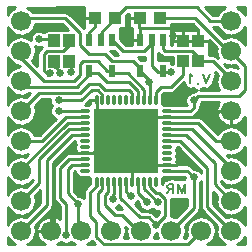
<source format=gbl>
G04 DipTrace 2.4.0.2*
%INcleduino_V1_finial_Bottom.gbr*%
%MOIN*%
%ADD13C,0.01*%
%ADD14C,0.008*%
%ADD17R,0.0433X0.0394*%
%ADD18R,0.0394X0.0433*%
%ADD20C,0.0669*%
%ADD22O,0.0118X0.0335*%
%ADD23O,0.0335X0.0118*%
%ADD24R,0.2165X0.2165*%
%ADD26R,0.0236X0.0433*%
%ADD31C,0.025*%
%FSLAX44Y44*%
G04*
G70*
G90*
G75*
G01*
%LNBottom*%
%LPD*%
X9518Y8231D2*
D13*
X10550D1*
X11140Y7641D1*
X11640D1*
X9518Y8034D2*
X10347D1*
X11640Y6741D1*
Y6641D1*
X9518Y7837D2*
X10144D1*
X11090Y6891D1*
Y6191D1*
X11640Y5641D1*
X9518Y7640D2*
X9941D1*
X10840Y6741D1*
Y5441D1*
X11640Y4641D1*
X6762Y8427D2*
X6127D1*
X5340Y7640D1*
X4640D1*
Y6640D2*
Y6690D1*
X6190Y8240D1*
X6753D1*
X6762Y8231D1*
Y8034D2*
X6234D1*
X5240Y7040D1*
Y6240D1*
X4640Y5640D1*
X6762Y7837D2*
X6337D1*
X5490Y6990D1*
Y5490D1*
X4640Y4640D1*
Y10640D2*
Y10390D1*
X5390Y9640D1*
X6390D1*
X6590Y9840D1*
Y10190D1*
X6690Y10290D1*
X7190D1*
X7521Y9959D1*
X7664D1*
X8731Y9018D2*
Y9349D1*
X8190Y9890D1*
X7733D1*
X7664Y9959D1*
X8337Y9018D2*
Y9243D1*
X8240Y9340D1*
X7440D1*
X7240Y9540D1*
X6890D1*
X6590Y9240D1*
X5240D1*
X4640Y8640D1*
X6916Y9959D2*
Y9866D1*
X6490Y9440D1*
X4840D1*
X4640Y9640D1*
X8534Y9018D2*
Y9296D1*
X8240Y9590D1*
X7490D1*
X7190Y9890D1*
X6985D1*
X6916Y9959D1*
X8890Y9590D2*
X8927Y9553D1*
Y9018D1*
X8890Y9590D2*
Y9685D1*
X8616Y9959D1*
Y10064D1*
X8375Y10305D1*
X7675D1*
X7440Y10540D1*
X6890D1*
X6590Y10840D1*
Y11240D1*
X6090Y11740D1*
X4640D1*
Y11640D1*
X8534Y6262D2*
Y5896D1*
X8840Y5590D1*
X5590Y9890D2*
X5540D1*
Y9840D1*
X5390Y9990D1*
Y10540D1*
X5490Y10640D1*
X6040D1*
X6240Y10840D1*
Y10975D1*
X8731Y6262D2*
Y6049D1*
X9190Y5590D1*
X5240Y11040D2*
X5740D1*
Y10975D1*
X6916Y11022D2*
Y11266D1*
X7090Y11440D1*
Y11741D1*
X7105D1*
X8616Y11022D2*
Y11391D1*
X8566D1*
Y11701D1*
X8605Y11741D1*
X10540Y10975D2*
X10040D1*
X8140Y11041D2*
X8159Y11022D1*
X8616D1*
X8337Y6262D2*
Y7443D1*
X8140Y7640D1*
X9518Y6853D2*
X8927D1*
X8140Y7640D1*
X6762Y7246D2*
X7027D1*
X7746D1*
X8140Y7640D1*
X9518Y8427D2*
X8927D1*
X8140Y7640D1*
X7156Y9018D2*
Y8624D1*
X8140Y7640D1*
X9518Y8427D2*
X11027D1*
X11240Y8641D1*
X11640D1*
X10040Y10975D2*
Y11340D1*
X9989Y11391D1*
X8616D1*
X6762Y7246D2*
X6146D1*
X5740Y6840D1*
Y4641D1*
X5640D1*
X6762Y7246D2*
X7746D1*
X8140Y7640D2*
X7421D1*
X7027Y7246D1*
X6916Y11022D2*
X6940D1*
X6290Y11940D2*
X6490D1*
X6689Y11741D1*
X7105D1*
X9690Y11140D2*
Y10975D1*
X10040D1*
X7340Y6690D2*
Y6840D1*
X8140Y7640D1*
Y7840D2*
Y7640D1*
X7156Y6262D2*
Y6156D1*
X6940Y5941D1*
Y5140D1*
X7140Y4940D1*
Y4440D1*
X7390Y4190D1*
X10189D1*
X10640Y4641D1*
X7353Y6262D2*
Y6053D1*
X7190Y5891D1*
Y5290D1*
X7640Y4840D1*
Y4641D1*
X9124Y9018D2*
Y9274D1*
X9290Y9440D1*
X9640D1*
X10040Y9840D1*
Y10305D1*
X5940Y9890D2*
X5990D1*
X5740Y10140D1*
Y10305D1*
X6290Y9940D2*
Y10305D1*
X6240D1*
X6762Y8624D2*
Y8640D1*
X5890D1*
X7690Y5690D2*
Y5840D1*
X7746Y5896D1*
Y6262D1*
X11640Y11641D2*
X10940D1*
X10491Y12090D1*
X8124D1*
X7775Y11741D1*
X7290Y11022D2*
Y11256D1*
X7775Y11741D1*
X6640Y4641D2*
X6540D1*
Y5540D1*
X6190Y5890D1*
Y6690D1*
X6353Y6853D1*
X6762D1*
X8440Y4641D2*
X8640D1*
X8540D1*
X8010Y5171D1*
X7759D1*
X7440Y5490D1*
Y5841D1*
X7549Y5950D1*
Y6262D1*
X8140D2*
Y5940D1*
X8290Y5790D1*
X9364Y11022D2*
Y10717D1*
X9440Y10641D1*
X10340D1*
X10540Y10441D1*
Y10306D1*
X11640Y9641D2*
Y9690D1*
X11040Y10290D1*
X10556D1*
X10540Y10306D1*
X8990Y11022D2*
Y10891D1*
X8740Y10641D1*
X8040D1*
X7664Y11017D1*
Y11022D1*
X11640Y10641D2*
X11540D1*
X10440Y11741D1*
X9275D1*
X9518Y6656D2*
X10174D1*
X10390Y6440D1*
Y5390D1*
X9641Y4641D1*
X9640D1*
X10390Y8990D2*
Y8740D1*
X10274Y8624D1*
X9518D1*
X6140Y4490D2*
Y5540D1*
X5940Y5740D1*
Y6740D1*
X6240Y7040D1*
X6753D1*
X6762Y7049D1*
X7353Y9018D2*
Y9177D1*
X7190Y9340D1*
X6990D1*
X6640Y8990D1*
X5890D1*
X8990Y11022D2*
Y10140D1*
X9190Y9940D1*
X9345D1*
X9364Y9959D1*
Y9940D1*
X9640D1*
X10390Y8990D2*
X10540Y9140D1*
X11890D1*
X12090Y9340D1*
Y10140D1*
X11589Y10641D1*
X11640D1*
X7943Y6262D2*
Y5737D1*
X8590Y5090D1*
X8890D1*
X9140Y4840D1*
X9440Y5140D1*
Y5690D1*
X9240Y5890D1*
X9140D1*
X8940Y6090D1*
Y6249D1*
X8927Y6262D1*
D31*
X8890Y9590D3*
D3*
X8840Y5590D3*
X5590Y9890D3*
X9190Y5590D3*
X5240Y11040D3*
X8140Y11041D3*
X6290Y11940D3*
X9690Y11140D3*
X7340Y6690D3*
X5940Y9890D3*
X6290Y9940D3*
X5890Y8640D3*
X7690Y5690D3*
X6540Y5540D3*
X8290Y5790D3*
X10390Y8990D3*
Y6440D3*
D3*
X6140Y4490D3*
X5890Y8990D3*
X9640Y9940D3*
X10390Y8990D3*
X9140Y4840D3*
X8140Y7840D3*
X4200Y11991D2*
D13*
X4290D1*
X4990D2*
X6725D1*
X10888D2*
X11290D1*
X11990D2*
X12080D1*
X6235Y11893D2*
X6725D1*
X10987D2*
X11212D1*
X6335Y11794D2*
X6725D1*
X8155D2*
X8226D1*
X6434Y11695D2*
X6725D1*
X8155D2*
X8226D1*
X6532Y11597D2*
X6725D1*
X8155D2*
X8226D1*
X5118Y11498D2*
X6034D1*
X6630D2*
X6725D1*
X8155D2*
X8226D1*
X9655D2*
X10384D1*
X5076Y11399D2*
X6132D1*
X8155D2*
X8226D1*
X9655D2*
X10484D1*
X11080D2*
X11206D1*
X4200Y11300D2*
X4279D1*
X5001D2*
X5131D1*
X5349D2*
X5425D1*
X7946D2*
X8334D1*
X9646D2*
X9679D1*
X11179D2*
X11279D1*
X12001D2*
X12080D1*
X4200Y11202D2*
X4414D1*
X4866D2*
X5003D1*
X7946D2*
X8334D1*
X9646D2*
X9679D1*
X11277D2*
X11415D1*
X11865D2*
X12080D1*
X4200Y11103D2*
X4475D1*
X4805D2*
X4959D1*
X7946D2*
X8334D1*
X9646D2*
X9679D1*
X11376D2*
X11473D1*
X11807D2*
X12080D1*
X4200Y11004D2*
X4304D1*
X7974D2*
X8334D1*
X9646D2*
X9679D1*
X11976D2*
X12080D1*
X8073Y10906D2*
X8334D1*
X9646D2*
X9679D1*
X10901D2*
X10975D1*
X10901Y10807D2*
X11076D1*
X5134Y10708D2*
X5260D1*
X10901D2*
X11146D1*
X5138Y10610D2*
X5189D1*
X7668D2*
X7773D1*
X10901D2*
X11142D1*
X5121Y10511D2*
X5176D1*
X7768D2*
X7871D1*
X9204D2*
X9272D1*
X10901D2*
X11159D1*
X5082Y10412D2*
X5176D1*
X8566D2*
X8776D1*
X9204D2*
X9679D1*
X4200Y10314D2*
X4267D1*
X5015D2*
X5176D1*
X9646D2*
X9679D1*
X4200Y10215D2*
X4389D1*
X5113D2*
X5176D1*
X4200Y10116D2*
X4521D1*
X11762D2*
X11815D1*
X4200Y10018D2*
X4320D1*
X11126Y9820D2*
X11177D1*
X11088Y9721D2*
X11148D1*
X11051Y9623D2*
X11142D1*
X10023Y9524D2*
X10082D1*
X11013D2*
X11156D1*
X9924Y9425D2*
X10146D1*
X10949D2*
X11192D1*
X4200Y9327D2*
X4256D1*
X9826D2*
X10448D1*
X4200Y9228D2*
X4367D1*
X9376D2*
X10235D1*
X4200Y9129D2*
X4831D1*
X9348D2*
X10139D1*
X4200Y9031D2*
X4337D1*
X5329D2*
X5604D1*
X9348D2*
X10104D1*
X4200Y8932D2*
X4239D1*
X5230D2*
X5607D1*
X6880D2*
X6932D1*
X9348D2*
X10107D1*
X10673D2*
X11237D1*
X5132Y8833D2*
X5650D1*
X9677D2*
X10150D1*
X10630D2*
X11181D1*
X5129Y8735D2*
X5618D1*
X10604D2*
X11151D1*
X5138Y8636D2*
X5601D1*
X10576D2*
X11142D1*
X5127Y8537D2*
X5621D1*
X10485D2*
X11153D1*
X5095Y8439D2*
X5687D1*
X10368D2*
X11185D1*
X4200Y8340D2*
X4245D1*
X5035D2*
X5742D1*
X10740D2*
X11245D1*
X12035D2*
X12080D1*
X4200Y8241D2*
X4348D1*
X4932D2*
X5643D1*
X10838D2*
X11350D1*
X11930D2*
X12080D1*
X4200Y8142D2*
X5545D1*
X10937D2*
X12080D1*
X4200Y8044D2*
X4356D1*
X4924D2*
X5445D1*
X11035D2*
X11354D1*
X11926D2*
X12080D1*
X4200Y7945D2*
X4248D1*
X5032D2*
X5346D1*
X11134D2*
X11248D1*
X12032D2*
X12080D1*
X5093Y7846D2*
X5248D1*
X6349Y7550D2*
X6451D1*
X6249Y7452D2*
X6431D1*
X4200Y7353D2*
X4234D1*
X6151D2*
X6451D1*
X9829D2*
X9929D1*
X12045D2*
X12080D1*
X4200Y7254D2*
X4331D1*
X6052D2*
X6431D1*
X9849D2*
X10028D1*
X11949D2*
X12080D1*
X4200Y7156D2*
X4567D1*
X4713D2*
X4807D1*
X5954D2*
X6057D1*
X9829D2*
X10126D1*
X11523D2*
X11572D1*
X11707D2*
X12080D1*
X4200Y7057D2*
X4376D1*
X5855D2*
X5959D1*
X9849D2*
X10226D1*
X11905D2*
X12080D1*
X4200Y6958D2*
X4259D1*
X5757D2*
X5860D1*
X9829D2*
X10325D1*
X12021D2*
X12080D1*
X5704Y6860D2*
X5763D1*
X10190D2*
X10423D1*
X10368Y6761D2*
X10521D1*
X10568Y6662D2*
X10621D1*
X6404Y6563D2*
X6451D1*
X6404Y6465D2*
X6550D1*
X6404Y6366D2*
X6932D1*
X9348D2*
X9479D1*
X4200Y6267D2*
X4314D1*
X6404D2*
X6932D1*
X11965D2*
X12080D1*
X4200Y6169D2*
X4501D1*
X4779D2*
X4870D1*
X6404D2*
X6870D1*
X11410D2*
X11504D1*
X11776D2*
X12080D1*
X4200Y6070D2*
X4398D1*
X6404D2*
X6773D1*
X11884D2*
X12080D1*
X4200Y5971D2*
X4271D1*
X6407D2*
X6729D1*
X12010D2*
X12080D1*
X5171Y5873D2*
X5276D1*
X6505D2*
X6726D1*
X11054D2*
X11110D1*
X5120Y5774D2*
X5276D1*
X11054D2*
X11160D1*
X5137Y5675D2*
X5276D1*
X5704D2*
X5736D1*
X9654D2*
X10176D1*
X11054D2*
X11143D1*
X5135Y5577D2*
X5276D1*
X5704D2*
X5806D1*
X8479D2*
X8551D1*
X9654D2*
X10176D1*
X11054D2*
X11146D1*
X5110Y5478D2*
X5179D1*
X5704D2*
X5904D1*
X8501D2*
X8575D1*
X9654D2*
X10176D1*
X11101D2*
X11169D1*
X5671Y5379D2*
X5926D1*
X7849D2*
X8003D1*
X8599D2*
X8648D1*
X9654D2*
X10081D1*
X10604D2*
X10636D1*
X4200Y5281D2*
X4300D1*
X5579D2*
X5926D1*
X8973D2*
X9226D1*
X9654D2*
X9982D1*
X10573D2*
X10701D1*
X11980D2*
X12080D1*
X4200Y5182D2*
X4460D1*
X4820D2*
X4884D1*
X5480D2*
X5926D1*
X9096D2*
X9184D1*
X9654D2*
X9884D1*
X10480D2*
X10801D1*
X11398D2*
X11462D1*
X11818D2*
X12080D1*
X4200Y5083D2*
X4425D1*
X5382D2*
X5423D1*
X5857D2*
X5926D1*
X10382D2*
X10423D1*
X10857D2*
X10899D1*
X11857D2*
X12080D1*
X4200Y4984D2*
X4284D1*
X11998D2*
X12080D1*
X5116Y4787D2*
X5163D1*
X10116D2*
X10163D1*
X11116D2*
X11163D1*
X5115Y4491D2*
X5165D1*
X8115D2*
X8165D1*
X9115D2*
X9165D1*
X10115D2*
X10165D1*
X11115D2*
X11165D1*
X5071Y4392D2*
X5209D1*
X11071D2*
X11209D1*
X4200Y4294D2*
X4285D1*
X4995D2*
X5285D1*
X10995D2*
X11285D1*
X11995D2*
X12080D1*
X4200Y4195D2*
X4429D1*
X4851D2*
X5431D1*
X5849D2*
X6431D1*
X6849D2*
X7087D1*
X10849D2*
X11431D1*
X11849D2*
X12080D1*
X8145Y11824D2*
Y11390D1*
X7937D1*
X7936Y11032D1*
X8125Y10844D1*
X8345Y10845D1*
X8344Y11102D1*
Y11390D1*
X8235D1*
Y11886D1*
X8197Y11875D1*
X8146Y11823D1*
X6735Y11393D2*
Y12090D1*
X4832Y12089D1*
X4877Y12067D1*
X4919Y12041D1*
X4959Y12010D1*
X5022Y11944D1*
X6090D1*
X6140Y11938D1*
X6186Y11920D1*
X6234Y11884D1*
X6726Y11393D1*
X6735D1*
X9645Y11537D2*
Y11390D1*
X9637D1*
X9636Y10893D1*
Y10844D1*
X9688Y10845D1*
X9689Y11324D1*
Y11345D1*
X10546Y11346D1*
X10356Y11536D1*
X9645Y11537D1*
X10891Y10677D2*
Y10494D1*
X11040D1*
X11090Y10488D1*
X11136Y10470D1*
X11184Y10434D1*
X11207Y10415D1*
X11186Y10460D1*
X11170Y10507D1*
X11159Y10556D1*
X11153Y10606D1*
X11152Y10656D1*
X11161Y10732D1*
X10891Y11001D1*
Y10605D1*
X11126Y4591D2*
X11118Y4541D1*
X11106Y4493D1*
X11088Y4446D1*
X11066Y4401D1*
X11039Y4359D1*
X11009Y4320D1*
X10974Y4284D1*
X10936Y4252D1*
X10894Y4224D1*
X10826Y4190D1*
X11451D1*
X11373Y4231D1*
X11333Y4261D1*
X11295Y4294D1*
X11262Y4331D1*
X11232Y4372D1*
X11207Y4415D1*
X11186Y4460D1*
X11170Y4507D1*
X11159Y4556D1*
X11153Y4606D1*
X11152Y4656D1*
X11156Y4705D1*
X11165Y4755D1*
X11182Y4810D1*
X10696Y5296D1*
X10665Y5336D1*
X10645Y5381D1*
X10636Y5441D1*
Y6308D1*
X10595Y6251D1*
X10594Y5390D1*
X10588Y5340D1*
X10570Y5294D1*
X10534Y5246D1*
X10099Y4808D1*
X10114Y4760D1*
X10124Y4711D1*
X10129Y4641D1*
X10126Y4591D1*
X10118Y4541D1*
X10106Y4493D1*
X10088Y4446D1*
X10062Y4395D1*
X10104Y4394D1*
X10181Y4470D1*
X10159Y4556D1*
X10153Y4606D1*
X10152Y4656D1*
X10156Y4705D1*
X10165Y4755D1*
X10179Y4802D1*
X10198Y4849D1*
X10221Y4893D1*
X10249Y4934D1*
X10281Y4973D1*
X10317Y5008D1*
X10356Y5039D1*
X10398Y5065D1*
X10443Y5088D1*
X10490Y5106D1*
X10538Y5119D1*
X10587Y5127D1*
X10637Y5129D1*
X10687Y5127D1*
X10737Y5120D1*
X10785Y5107D1*
X10832Y5090D1*
X10877Y5068D1*
X10919Y5042D1*
X10959Y5011D1*
X10995Y4977D1*
X11027Y4939D1*
X11056Y4897D1*
X11080Y4854D1*
X11099Y4808D1*
X11114Y4760D1*
X11124Y4711D1*
X11129Y4641D1*
X11126Y4591D1*
X9219Y4394D2*
X9186Y4460D1*
X9170Y4507D1*
X9158Y4561D1*
X9124Y4562D1*
X9106Y4493D1*
X9088Y4446D1*
X9062Y4395D1*
X9220Y4394D1*
X9645Y5129D2*
X9737Y5120D1*
X9810Y5098D1*
X10187Y5476D1*
X10186Y5717D1*
X10164Y5708D1*
X10115Y5701D1*
X10055Y5710D1*
X10030Y5704D1*
X9970Y5703D1*
X9935Y5708D1*
X9886Y5701D1*
X9836Y5706D1*
X9803Y5719D1*
X9775Y5708D1*
X9726Y5701D1*
X9676Y5706D1*
X9643Y5719D1*
X9644Y5490D1*
Y5138D1*
X8219Y4394D2*
X8186Y4460D1*
X8170Y4507D1*
X8159Y4556D1*
X8153Y4606D1*
X8152Y4656D1*
X8161Y4732D1*
X8107Y4785D1*
X8124Y4711D1*
X8129Y4641D1*
X8126Y4591D1*
X8118Y4541D1*
X8106Y4493D1*
X8088Y4446D1*
X8062Y4395D1*
X8220Y4394D1*
X6990Y4301D2*
X6936Y4252D1*
X6894Y4224D1*
X6826Y4190D1*
X7101D1*
X6995Y4297D1*
X6452Y4190D2*
X6373Y4231D1*
X6318Y4274D1*
X6273Y4245D1*
X6227Y4225D1*
X6178Y4214D1*
X6128Y4211D1*
X6079Y4218D1*
X6031Y4233D1*
X5987Y4257D1*
X5964Y4275D1*
X5911Y4234D1*
X5850Y4200D1*
X5828Y4190D1*
X6451D1*
X5452D2*
X5390Y4221D1*
X5333Y4261D1*
X5282Y4309D1*
X5238Y4363D1*
X5202Y4423D1*
X5176Y4488D1*
X5159Y4556D1*
X5152Y4626D1*
X5154Y4695D1*
X5167Y4764D1*
X5190Y4830D1*
X5221Y4893D1*
X5262Y4950D1*
X5310Y5001D1*
X5365Y5044D1*
X5425Y5080D1*
X5490Y5106D1*
X5558Y5122D1*
X5627Y5129D1*
X5697Y5126D1*
X5766Y5113D1*
X5832Y5090D1*
X5894Y5058D1*
X5936Y5029D1*
Y5457D1*
X5796Y5596D1*
X5765Y5635D1*
X5745Y5681D1*
X5736Y5740D1*
Y6740D1*
X5742Y6790D1*
X5760Y6836D1*
X5796Y6884D1*
X6096Y7184D1*
X6135Y7215D1*
X6181Y7235D1*
X6240Y7244D1*
X6442D1*
X6443Y7277D1*
X6456Y7325D1*
X6465Y7345D1*
X6452Y7375D1*
X6442Y7424D1*
X6443Y7474D1*
X6456Y7522D1*
X6465Y7540D1*
X6452Y7572D1*
X6442Y7632D1*
X6410Y7622D1*
X5693Y6905D1*
X5694Y5490D1*
X5688Y5440D1*
X5670Y5394D1*
X5634Y5346D1*
X5098Y4810D1*
X5114Y4759D1*
X5124Y4710D1*
X5129Y4640D1*
X5126Y4590D1*
X5118Y4541D1*
X5106Y4492D1*
X5088Y4446D1*
X5066Y4401D1*
X5039Y4358D1*
X5009Y4319D1*
X4974Y4283D1*
X4936Y4251D1*
X4894Y4223D1*
X4829Y4190D1*
X5451D1*
X12090Y11451D2*
X12066Y11401D1*
X12039Y11359D1*
X12009Y11320D1*
X11974Y11284D1*
X11936Y11252D1*
X11894Y11224D1*
X11850Y11200D1*
X11804Y11181D1*
X11756Y11166D1*
X11707Y11157D1*
X11658Y11152D1*
X11608Y11153D1*
X11558Y11159D1*
X11509Y11170D1*
X11462Y11186D1*
X11416Y11206D1*
X11373Y11231D1*
X11333Y11261D1*
X11295Y11294D1*
X11262Y11331D1*
X11232Y11372D1*
X11197Y11436D1*
X11032Y11437D1*
X11403Y11066D1*
X11443Y11088D1*
X11490Y11106D1*
X11538Y11119D1*
X11587Y11127D1*
X11637Y11129D1*
X11687Y11127D1*
X11737Y11120D1*
X11785Y11107D1*
X11832Y11090D1*
X11877Y11068D1*
X11919Y11042D1*
X11959Y11011D1*
X11995Y10977D1*
X12027Y10939D1*
X12056Y10897D1*
X12090Y10829D1*
Y11451D1*
X11196Y11844D2*
X11221Y11893D1*
X11249Y11934D1*
X11281Y11973D1*
X11317Y12008D1*
X11356Y12039D1*
X11398Y12065D1*
X11447Y12090D1*
X10779D1*
X11025Y11844D1*
X11195Y11845D1*
X11877Y12068D2*
X11919Y12042D1*
X11959Y12011D1*
X11995Y11977D1*
X12027Y11939D1*
X12056Y11897D1*
X12090Y11829D1*
Y12090D1*
X11832D1*
X11877Y12068D1*
X11770Y10170D2*
X11707Y10157D1*
X11658Y10152D1*
X11608Y10153D1*
X11558Y10159D1*
X11509Y10170D1*
X11462Y10186D1*
X11407Y10212D1*
X11508Y10111D1*
X11587Y10127D1*
X11637Y10129D1*
X11687Y10127D1*
X11737Y10120D1*
X11785Y10107D1*
X11870Y10072D1*
X11772Y10169D1*
X11252Y9345D2*
X11207Y9415D1*
X11186Y9460D1*
X11170Y9507D1*
X11159Y9556D1*
X11153Y9606D1*
X11152Y9656D1*
X11156Y9705D1*
X11165Y9755D1*
X11196Y9844D1*
X11117Y9925D1*
X11124Y9864D1*
X11111Y9806D1*
X10996Y9505D1*
X10973Y9462D1*
X10939Y9425D1*
X10896Y9399D1*
X10849Y9384D1*
X10799Y9381D1*
X10750Y9392D1*
X10705Y9415D1*
X10654Y9371D1*
X10609Y9348D1*
X10589Y9344D1*
X11251D1*
X12090Y8451D2*
X12061Y8393D1*
X12021Y8335D1*
X11974Y8284D1*
X11920Y8240D1*
X11859Y8204D1*
X11795Y8177D1*
X11727Y8160D1*
X11658Y8152D1*
X11588Y8155D1*
X11519Y8167D1*
X11452Y8189D1*
X11390Y8221D1*
X11333Y8261D1*
X11282Y8309D1*
X11238Y8363D1*
X11202Y8423D1*
X11176Y8488D1*
X11159Y8556D1*
X11152Y8626D1*
X11154Y8695D1*
X11167Y8764D1*
X11190Y8830D1*
X11221Y8893D1*
X11251Y8936D1*
X10663D1*
X10651Y8892D1*
X10630Y8847D1*
X10595Y8801D1*
X10594Y8740D1*
X10588Y8690D1*
X10570Y8644D1*
X10534Y8596D1*
X10419Y8480D1*
X10378Y8449D1*
X10368Y8435D1*
X10550D1*
X10600Y8428D1*
X10646Y8411D1*
X10694Y8375D1*
X11206Y7863D1*
X11249Y7934D1*
X11281Y7973D1*
X11317Y8008D1*
X11356Y8039D1*
X11398Y8065D1*
X11443Y8088D1*
X11490Y8106D1*
X11538Y8119D1*
X11587Y8127D1*
X11637Y8129D1*
X11687Y8127D1*
X11737Y8120D1*
X11785Y8107D1*
X11832Y8090D1*
X11877Y8068D1*
X11919Y8042D1*
X11959Y8011D1*
X11995Y7977D1*
X12027Y7939D1*
X12056Y7897D1*
X12090Y7829D1*
Y8451D1*
Y7451D2*
X12066Y7401D1*
X12039Y7359D1*
X12009Y7320D1*
X11974Y7284D1*
X11936Y7252D1*
X11894Y7224D1*
X11850Y7200D1*
X11804Y7181D1*
X11756Y7166D1*
X11707Y7157D1*
X11658Y7152D1*
X11608Y7153D1*
X11558Y7159D1*
X11493Y7175D1*
X11549Y7121D1*
X11637Y7129D1*
X11687Y7127D1*
X11737Y7120D1*
X11785Y7107D1*
X11832Y7090D1*
X11877Y7068D1*
X11919Y7042D1*
X11959Y7011D1*
X11995Y6977D1*
X12027Y6939D1*
X12056Y6897D1*
X12090Y6829D1*
Y7451D1*
Y6451D2*
X12066Y6401D1*
X12039Y6359D1*
X12009Y6320D1*
X11974Y6284D1*
X11936Y6252D1*
X11894Y6224D1*
X11850Y6200D1*
X11804Y6181D1*
X11756Y6166D1*
X11707Y6157D1*
X11658Y6152D1*
X11608Y6153D1*
X11558Y6159D1*
X11509Y6170D1*
X11462Y6186D1*
X11416Y6206D1*
X11373Y6231D1*
X11333Y6261D1*
X11294Y6295D1*
Y6274D1*
X11470Y6100D1*
X11538Y6119D1*
X11587Y6127D1*
X11637Y6129D1*
X11687Y6127D1*
X11737Y6120D1*
X11785Y6107D1*
X11832Y6090D1*
X11877Y6068D1*
X11919Y6042D1*
X11959Y6011D1*
X11995Y5977D1*
X12027Y5939D1*
X12056Y5897D1*
X12090Y5829D1*
Y6451D1*
Y5451D2*
X12066Y5401D1*
X12039Y5359D1*
X12009Y5320D1*
X11974Y5284D1*
X11936Y5252D1*
X11894Y5224D1*
X11850Y5200D1*
X11804Y5181D1*
X11756Y5166D1*
X11707Y5157D1*
X11658Y5152D1*
X11608Y5153D1*
X11558Y5159D1*
X11509Y5170D1*
X11462Y5186D1*
X11416Y5206D1*
X11373Y5231D1*
X11333Y5261D1*
X11295Y5294D1*
X11262Y5331D1*
X11232Y5372D1*
X11207Y5415D1*
X11186Y5460D1*
X11170Y5507D1*
X11159Y5556D1*
X11153Y5606D1*
X11152Y5656D1*
X11156Y5705D1*
X11165Y5755D1*
X11182Y5810D1*
X11044Y5948D1*
Y5524D1*
X11232Y5337D1*
X11469Y5100D1*
X11538Y5119D1*
X11587Y5127D1*
X11637Y5129D1*
X11687Y5127D1*
X11737Y5120D1*
X11785Y5107D1*
X11832Y5090D1*
X11877Y5068D1*
X11919Y5042D1*
X11959Y5011D1*
X11995Y4977D1*
X12027Y4939D1*
X12056Y4897D1*
X12090Y4829D1*
Y5451D1*
Y4451D2*
X12066Y4401D1*
X12039Y4359D1*
X12009Y4320D1*
X11974Y4284D1*
X11936Y4252D1*
X11894Y4224D1*
X11826Y4190D1*
X12090D1*
Y4451D1*
X4452Y4190D2*
X4373Y4231D1*
X4333Y4260D1*
X4295Y4294D1*
X4262Y4331D1*
X4232Y4371D1*
X4189Y4452D1*
X4190Y4190D1*
X4451D1*
X4190Y4829D2*
X4221Y4892D1*
X4249Y4934D1*
X4281Y4972D1*
X4317Y5007D1*
X4356Y5038D1*
X4398Y5065D1*
X4443Y5087D1*
X4490Y5105D1*
X4538Y5118D1*
X4587Y5126D1*
X4637Y5129D1*
X4687Y5126D1*
X4737Y5119D1*
X4810Y5097D1*
X5286Y5574D1*
Y5998D1*
X5098Y5810D1*
X5114Y5759D1*
X5124Y5710D1*
X5129Y5640D1*
X5126Y5590D1*
X5118Y5541D1*
X5106Y5492D1*
X5088Y5446D1*
X5066Y5401D1*
X5039Y5358D1*
X5009Y5319D1*
X4974Y5283D1*
X4936Y5251D1*
X4894Y5223D1*
X4850Y5199D1*
X4804Y5180D1*
X4756Y5165D1*
X4707Y5156D1*
X4658Y5152D1*
X4608D1*
X4558Y5158D1*
X4509Y5169D1*
X4462Y5185D1*
X4416Y5206D1*
X4373Y5231D1*
X4333Y5260D1*
X4295Y5294D1*
X4262Y5331D1*
X4232Y5371D1*
X4189Y5452D1*
X4190Y4829D1*
Y5829D2*
X4221Y5892D1*
X4249Y5934D1*
X4281Y5972D1*
X4317Y6007D1*
X4356Y6038D1*
X4398Y6065D1*
X4443Y6087D1*
X4490Y6105D1*
X4538Y6118D1*
X4587Y6126D1*
X4637Y6129D1*
X4687Y6126D1*
X4737Y6119D1*
X4810Y6097D1*
X5036Y6325D1*
Y6354D1*
X4974Y6283D1*
X4936Y6251D1*
X4894Y6223D1*
X4850Y6199D1*
X4804Y6180D1*
X4756Y6165D1*
X4707Y6156D1*
X4658Y6152D1*
X4608D1*
X4558Y6158D1*
X4509Y6169D1*
X4462Y6185D1*
X4416Y6206D1*
X4373Y6231D1*
X4333Y6260D1*
X4295Y6294D1*
X4262Y6331D1*
X4232Y6371D1*
X4189Y6452D1*
X4190Y5829D1*
Y6829D2*
X4221Y6892D1*
X4249Y6934D1*
X4281Y6972D1*
X4317Y7007D1*
X4356Y7038D1*
X4398Y7065D1*
X4443Y7087D1*
X4490Y7105D1*
X4538Y7118D1*
X4587Y7126D1*
X4637Y7129D1*
X4687Y7126D1*
X4771Y7110D1*
X4870Y7209D1*
X4804Y7180D1*
X4756Y7165D1*
X4707Y7156D1*
X4658Y7152D1*
X4608D1*
X4558Y7158D1*
X4509Y7169D1*
X4462Y7185D1*
X4416Y7206D1*
X4373Y7231D1*
X4333Y7260D1*
X4295Y7294D1*
X4262Y7331D1*
X4232Y7371D1*
X4189Y7452D1*
X4190Y6829D1*
Y7829D2*
X4221Y7892D1*
X4249Y7934D1*
X4281Y7972D1*
X4317Y8007D1*
X4356Y8038D1*
X4398Y8065D1*
X4443Y8087D1*
X4490Y8105D1*
X4538Y8118D1*
X4587Y8126D1*
X4637Y8129D1*
X4687Y8126D1*
X4737Y8119D1*
X4785Y8107D1*
X4832Y8089D1*
X4877Y8067D1*
X4919Y8041D1*
X4959Y8010D1*
X4995Y7976D1*
X5027Y7938D1*
X5056Y7897D1*
X5084Y7843D1*
X5257Y7844D1*
X5443Y8032D1*
X5791Y8380D1*
X5737Y8407D1*
X5698Y8438D1*
X5665Y8475D1*
X5639Y8518D1*
X5621Y8564D1*
X5612Y8614D1*
Y8663D1*
X5621Y8713D1*
X5638Y8760D1*
X5672Y8813D1*
X5639Y8868D1*
X5621Y8914D1*
X5612Y8964D1*
Y9013D1*
X5616Y9037D1*
X5323Y9036D1*
X5137Y8848D1*
X5098Y8810D1*
X5114Y8759D1*
X5124Y8710D1*
X5129Y8640D1*
X5126Y8590D1*
X5118Y8541D1*
X5106Y8492D1*
X5088Y8446D1*
X5066Y8401D1*
X5039Y8358D1*
X5009Y8319D1*
X4974Y8283D1*
X4936Y8251D1*
X4894Y8223D1*
X4850Y8199D1*
X4804Y8180D1*
X4756Y8165D1*
X4707Y8156D1*
X4658Y8152D1*
X4608D1*
X4558Y8158D1*
X4509Y8169D1*
X4462Y8185D1*
X4416Y8206D1*
X4373Y8231D1*
X4333Y8260D1*
X4295Y8294D1*
X4262Y8331D1*
X4232Y8371D1*
X4189Y8452D1*
X4190Y7829D1*
Y8829D2*
X4221Y8892D1*
X4249Y8934D1*
X4281Y8972D1*
X4317Y9007D1*
X4356Y9038D1*
X4398Y9065D1*
X4443Y9087D1*
X4490Y9105D1*
X4538Y9118D1*
X4587Y9126D1*
X4637Y9129D1*
X4687Y9126D1*
X4737Y9119D1*
X4810Y9097D1*
X4948Y9236D1*
X4913D1*
X4850Y9199D1*
X4804Y9180D1*
X4756Y9165D1*
X4707Y9156D1*
X4658Y9152D1*
X4608D1*
X4558Y9158D1*
X4509Y9169D1*
X4462Y9185D1*
X4416Y9206D1*
X4373Y9231D1*
X4333Y9260D1*
X4295Y9294D1*
X4262Y9331D1*
X4232Y9371D1*
X4189Y9452D1*
X4190Y8829D1*
Y9829D2*
X4221Y9892D1*
X4249Y9934D1*
X4281Y9972D1*
X4317Y10007D1*
X4356Y10038D1*
X4398Y10065D1*
X4443Y10087D1*
X4490Y10105D1*
X4538Y10118D1*
X4614Y10127D1*
X4586Y10155D1*
X4509Y10169D1*
X4462Y10185D1*
X4416Y10206D1*
X4373Y10231D1*
X4333Y10260D1*
X4295Y10294D1*
X4262Y10331D1*
X4232Y10371D1*
X4189Y10452D1*
X4190Y9829D1*
X5126Y10590D2*
X5118Y10541D1*
X5106Y10492D1*
X5088Y10446D1*
X5066Y10401D1*
X5039Y10358D1*
X5003Y10314D1*
X5185Y10133D1*
X5186Y10540D1*
X5192Y10590D1*
X5210Y10636D1*
X5246Y10684D1*
X5341Y10780D1*
X5278Y10764D1*
X5228Y10761D1*
X5179Y10768D1*
X5131Y10783D1*
X5102Y10799D1*
X5124Y10710D1*
X5129Y10640D1*
X5126Y10590D1*
X4190Y10829D2*
X4221Y10892D1*
X4249Y10934D1*
X4281Y10972D1*
X4317Y11007D1*
X4356Y11038D1*
X4398Y11065D1*
X4443Y11087D1*
X4490Y11105D1*
X4538Y11118D1*
X4587Y11126D1*
X4637Y11129D1*
X4687Y11126D1*
X4737Y11119D1*
X4785Y11107D1*
X4832Y11089D1*
X4877Y11067D1*
X4919Y11041D1*
X4962Y11007D1*
Y11063D1*
X4971Y11113D1*
X4988Y11160D1*
X5013Y11203D1*
X5046Y11240D1*
X5085Y11272D1*
X5128Y11296D1*
X5176Y11312D1*
X5225Y11319D1*
X5275Y11317D1*
X5324Y11306D1*
X5370Y11287D1*
X5408Y11262D1*
X5420Y11284D1*
X5457Y11319D1*
X5510Y11341D1*
X5593Y11345D1*
X5937D1*
X5987Y11336D1*
X6043Y11345D1*
X6198D1*
X6005Y11537D1*
X5117Y11536D1*
X5106Y11492D1*
X5088Y11446D1*
X5066Y11401D1*
X5039Y11358D1*
X5009Y11319D1*
X4974Y11283D1*
X4936Y11251D1*
X4894Y11223D1*
X4850Y11199D1*
X4804Y11180D1*
X4756Y11165D1*
X4707Y11156D1*
X4658Y11152D1*
X4608D1*
X4558Y11158D1*
X4509Y11169D1*
X4462Y11185D1*
X4416Y11206D1*
X4373Y11231D1*
X4333Y11260D1*
X4295Y11294D1*
X4262Y11331D1*
X4232Y11371D1*
X4189Y11452D1*
X4190Y10829D1*
Y11829D2*
X4221Y11892D1*
X4249Y11934D1*
X4281Y11972D1*
X4317Y12007D1*
X4356Y12038D1*
X4398Y12065D1*
X4450Y12090D1*
X4190D1*
Y11829D1*
X9689Y10215D2*
Y10436D1*
X9440Y10437D1*
X9390Y10443D1*
X9344Y10461D1*
X9296Y10496D1*
X9206Y10588D1*
X9194Y10572D1*
Y10330D1*
X9636D1*
Y10219D1*
X9689Y10214D1*
X9334Y6403D2*
X9337Y6320D1*
Y6203D1*
X9356Y6244D1*
X9383Y6289D1*
X9422Y6329D1*
X9457Y6353D1*
X9489Y6366D1*
X9561Y6387D1*
X9642Y6390D1*
X9721D1*
X9767Y6384D1*
X9807Y6375D1*
X9856Y6388D1*
X9905D1*
X9955Y6375D1*
X9974Y6366D1*
X10010Y6362D1*
X10056Y6382D1*
X10107Y6390D1*
X10112Y6431D1*
X10090Y6452D1*
X9688D1*
X9661Y6446D1*
X9626Y6443D1*
X9410Y6444D1*
X9378Y6446D1*
X9377Y6403D1*
X9334D1*
X6944Y6371D2*
X6945Y6402D1*
X6903Y6403D1*
Y6446D1*
X6820Y6443D1*
X6654Y6444D1*
X6638Y6443D1*
X6589Y6453D1*
X6544Y6473D1*
X6505Y6504D1*
X6473Y6543D1*
X6452Y6588D1*
X6442Y6647D1*
X6426Y6638D1*
X6394Y6606D1*
Y5973D1*
X6550Y5819D1*
X6624Y5806D1*
X6670Y5787D1*
X6712Y5760D1*
X6736Y5740D1*
Y5941D1*
X6742Y5990D1*
X6760Y6037D1*
X6796Y6085D1*
X6943Y6232D1*
X6944Y6370D1*
X6865Y8837D2*
X6902Y8834D1*
X6903Y8877D1*
X6946D1*
X6943Y8930D1*
Y9004D1*
X6783Y8845D1*
X6813Y8837D1*
X6870Y8836D1*
X9328Y9184D2*
X9334Y9165D1*
X9337Y9126D1*
X9336Y8910D1*
X9333Y8877D1*
X9377D1*
Y8834D1*
X9410Y8837D1*
X9626Y8836D1*
X9672Y8832D1*
X9685Y8828D1*
X10163D1*
X10139Y8868D1*
X10121Y8914D1*
X10112Y8964D1*
Y9013D1*
X10121Y9063D1*
X10138Y9110D1*
X10163Y9153D1*
X10196Y9190D1*
X10235Y9222D1*
X10278Y9246D1*
X10326Y9262D1*
X10380Y9268D1*
X10435Y9315D1*
X10499Y9340D1*
X10462Y9351D1*
X10419Y9376D1*
X10382Y9411D1*
X10334Y9388D1*
X10285Y9381D1*
X10235Y9386D1*
X10189Y9404D1*
X10148Y9433D1*
X10116Y9471D1*
X10095Y9516D1*
X10086Y9575D1*
Y9598D1*
X9784Y9296D1*
X9745Y9265D1*
X9699Y9245D1*
X9640Y9236D1*
X9373D1*
X9327Y9189D1*
X9838Y7435D2*
X9833Y7394D1*
X9815Y7345D1*
X9836Y7285D1*
X9839Y7246D1*
X9833Y7197D1*
X9815Y7149D1*
X9836Y7088D1*
X9839Y7049D1*
X9833Y7000D1*
X9815Y6952D1*
X9834Y6901D1*
X9839Y6859D1*
X10174Y6860D1*
X10224Y6854D1*
X10270Y6836D1*
X10319Y6800D1*
X10399Y6719D1*
X10474Y6706D1*
X10520Y6687D1*
X10562Y6660D1*
X10598Y6626D1*
X10636Y6570D1*
Y6658D1*
X10448Y6844D1*
X9857Y7435D1*
X9839Y7436D1*
X7741Y10652D2*
X7616D1*
X7760Y10509D1*
X7883D1*
X7740Y10652D1*
X8639Y10330D2*
X8786D1*
Y10442D1*
X8740Y10437D1*
X8532D1*
X8640Y10329D1*
X8562Y5579D2*
X8516Y5626D1*
X8464Y5572D1*
X8424Y5545D1*
X8674Y5294D1*
X8890D1*
X8940Y5288D1*
X8986Y5270D1*
X9034Y5234D1*
X9139Y5129D1*
X9235Y5224D1*
X9236Y5313D1*
X9178Y5311D1*
X9129Y5318D1*
X9081Y5333D1*
X9037Y5357D1*
X9014Y5372D1*
X8973Y5345D1*
X8927Y5325D1*
X8878Y5314D1*
X8828Y5311D1*
X8779Y5318D1*
X8731Y5333D1*
X8687Y5357D1*
X8648Y5388D1*
X8615Y5425D1*
X8589Y5468D1*
X8571Y5514D1*
X8562Y5581D1*
X7892Y5499D2*
X7864Y5472D1*
X7823Y5445D1*
X7790Y5430D1*
X7844Y5375D1*
X8011D1*
X7951Y5441D1*
X7892Y5499D1*
X10163Y8829D2*
X10139Y8868D1*
X10121Y8914D1*
X10112Y8964D1*
Y9013D1*
X10121Y9063D1*
X10138Y9110D1*
X10163Y9153D1*
X10196Y9190D1*
X10235Y9222D1*
X10278Y9246D1*
X10326Y9262D1*
X10380Y9268D1*
X10410Y9297D1*
X10452Y9324D1*
X10499Y9340D1*
X6735Y11741D2*
X7105D1*
X8235D2*
X8605D1*
X10540Y11346D2*
Y10975D1*
X10891D1*
X5640Y5129D2*
Y4641D1*
X5152D2*
X5640D1*
X11640Y8641D2*
Y8152D1*
X11152Y8641D2*
X11640D1*
X10040Y11345D2*
Y10975D1*
X9689D2*
X10040D1*
X6441Y7246D2*
X6762D1*
X6943Y9018D2*
X7156D1*
X9518Y6853D2*
X9839D1*
X8344Y11022D2*
X8616D1*
D17*
X7775Y11741D3*
X7105D3*
X9275D3*
X8605D3*
D18*
X10540Y10306D3*
Y10975D3*
D20*
X10640Y4641D3*
X9640D3*
X8640D3*
X7640D3*
X6640D3*
X5640D3*
X11640Y11641D3*
Y10641D3*
Y9641D3*
Y8641D3*
Y7641D3*
Y6641D3*
Y5641D3*
Y4641D3*
X4640Y4640D3*
Y5640D3*
Y6640D3*
Y7640D3*
Y8640D3*
Y9640D3*
Y10640D3*
Y11640D3*
D18*
X10040Y10305D3*
Y10975D3*
G36*
X5543Y10522D2*
X5937D1*
Y10089D1*
X5543D1*
Y10522D1*
G37*
G36*
Y11191D2*
X5937D1*
Y10758D1*
X5543D1*
Y11191D1*
G37*
G36*
X6437Y10089D2*
X6043D1*
Y10522D1*
X6437D1*
Y10089D1*
G37*
G36*
Y10758D2*
X6043D1*
Y11191D1*
X6437D1*
Y10758D1*
G37*
D22*
X9124Y6262D3*
X8927D3*
X8731D3*
X8534D3*
X8337D3*
X8140D3*
X7943D3*
X7746D3*
X7549D3*
X7353D3*
X7156D3*
D23*
X6762Y6656D3*
Y6853D3*
Y7049D3*
Y7246D3*
Y7443D3*
Y7640D3*
Y7837D3*
Y8034D3*
Y8231D3*
Y8427D3*
Y8624D3*
D22*
X7156Y9018D3*
X7353D3*
X7549D3*
X7746D3*
X7943D3*
X8140D3*
X8337D3*
X8534D3*
X8731D3*
X8927D3*
X9124D3*
D23*
X9518Y8624D3*
Y8427D3*
Y8231D3*
Y8034D3*
Y7837D3*
Y7640D3*
Y7443D3*
Y7246D3*
Y7049D3*
Y6853D3*
Y6656D3*
D24*
X8140Y7640D3*
D26*
X6916Y11022D3*
X7290D3*
X7664D3*
Y9959D3*
X6916D3*
X8616Y11022D3*
X8990D3*
X9364D3*
Y9959D3*
X8616D3*
X9881Y5895D2*
D14*
Y6196D1*
X9996Y5895D1*
X10110Y6196D1*
Y5895D1*
X9721Y6053D2*
X9592D1*
X9549Y6067D1*
X9534Y6081D1*
X9520Y6110D1*
Y6139D1*
X9534Y6167D1*
X9549Y6182D1*
X9592Y6196D1*
X9721D1*
Y5895D1*
X9620Y6053D2*
X9520Y5895D1*
X10930Y9876D2*
X10815Y9575D1*
X10701Y9876D1*
X10540Y9540D2*
D13*
D3*
X10352Y9819D2*
D14*
X10323Y9833D1*
X10280Y9876D1*
Y9575D1*
M02*

</source>
